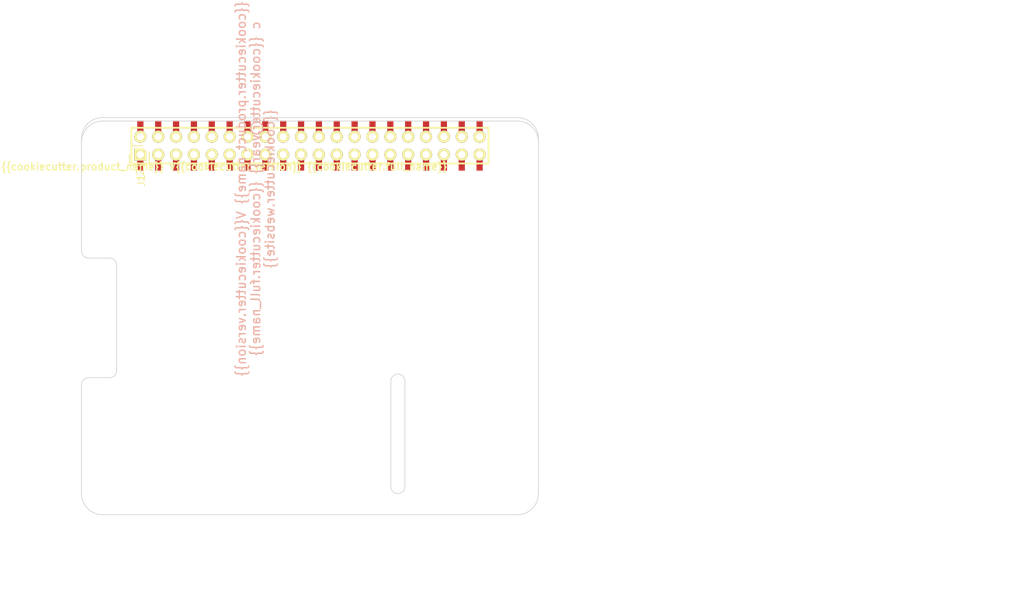
<source format=kicad_pcb>
(kicad_pcb (version 4) (host pcbnew "(2015-03-15 BZR 5517)-product")

  (general
    (links 0)
    (no_connects 0)
    (area -0.050001 -0.050001 65.050001 56.550001)
    (thickness 1.6)
    (drawings 40)
    (tracks 0)
    (zones 0)
    (modules 6)
    (nets 81)
  )

  (page A4)
  (title_block
    (title "{{cookiecutter.product_name}}")
    (date "{{cookiecutter.release_date}}")
    (rev {{cookiecutter.version}})
    (company "{{cookiecutter.full_name}}")
    (comment 1 "(c) {{cookiecutter.year}}")
    (comment 2 "{{cookiecutter.product_type}}")
    (comment 3 "{{cookiecutter.license}}")
  )

  (layers
    (0 F.Cu signal)
    (31 B.Cu signal)
    (32 B.Adhes user)
    (33 F.Adhes user)
    (34 B.Paste user)
    (35 F.Paste user)
    (36 B.SilkS user)
    (37 F.SilkS user)
    (38 B.Mask user)
    (39 F.Mask user)
    (40 Dwgs.User user)
    (41 Cmts.User user)
    (42 Eco1.User user)
    (43 Eco2.User user)
    (44 Edge.Cuts user)
    (45 Margin user)
    (46 B.CrtYd user)
    (47 F.CrtYd user)
    (48 B.Fab user)
    (49 F.Fab user)
  )

  (setup
    (last_trace_width 0.25)
    (user_trace_width 0.01)
    (user_trace_width 0.02)
    (user_trace_width 0.05)
    (user_trace_width 0.1)
    (user_trace_width 0.2)
    (trace_clearance 0.2)
    (zone_clearance 0.508)
    (zone_45_only no)
    (trace_min 0.01)
    (segment_width 0.2)
    (edge_width 0.1)
    (via_size 0.6)
    (via_drill 0.4)
    (via_min_size 0.4)
    (via_min_drill 0.3)
    (uvia_size 0.3)
    (uvia_drill 0.1)
    (uvias_allowed no)
    (uvia_min_size 0.2)
    (uvia_min_drill 0.1)
    (pcb_text_width 0.3)
    (pcb_text_size 1.5 1.5)
    (mod_edge_width 0.15)
    (mod_text_size 1 1)
    (mod_text_width 0.15)
    (pad_size 2.75 2.75)
    (pad_drill 2.75)
    (pad_to_mask_clearance 0)
    (aux_axis_origin 0 0)
    (visible_elements 7FFEFFFF)
    (pcbplotparams
      (layerselection 0x00030_80000001)
      (usegerberextensions false)
      (excludeedgelayer true)
      (linewidth 0.100000)
      (plotframeref false)
      (viasonmask false)
      (mode 1)
      (useauxorigin false)
      (hpglpennumber 1)
      (hpglpenspeed 20)
      (hpglpendiameter 15)
      (hpglpenoverlay 2)
      (psnegative false)
      (psa4output false)
      (plotreference true)
      (plotvalue true)
      (plotinvisibletext false)
      (padsonsilk false)
      (subtractmaskfromsilk false)
      (outputformat 1)
      (mirror false)
      (drillshape 0)
      (scaleselection 1)
      (outputdirectory meta/))
  )

  (net 0 "")
  (net 1 "Net-(J1-Pad34)")
  (net 2 "Net-(J1-Pad36)")
  (net 3 "Net-(J1-Pad40)")
  (net 4 "Net-(J1-Pad38)")
  (net 5 "Net-(J1-Pad18)")
  (net 6 "Net-(J1-Pad20)")
  (net 7 "Net-(J1-Pad24)")
  (net 8 "Net-(J1-Pad22)")
  (net 9 "Net-(J1-Pad30)")
  (net 10 "Net-(J1-Pad32)")
  (net 11 "Net-(J1-Pad28)")
  (net 12 "Net-(J1-Pad26)")
  (net 13 "Net-(J1-Pad10)")
  (net 14 "Net-(J1-Pad12)")
  (net 15 "Net-(J1-Pad16)")
  (net 16 "Net-(J1-Pad14)")
  (net 17 "Net-(J1-Pad6)")
  (net 18 "Net-(J1-Pad8)")
  (net 19 "Net-(J1-Pad4)")
  (net 20 "Net-(J1-Pad2)")
  (net 21 "Net-(J1-Pad39)")
  (net 22 "Net-(J1-Pad37)")
  (net 23 "Net-(J1-Pad33)")
  (net 24 "Net-(J1-Pad35)")
  (net 25 "Net-(J1-Pad27)")
  (net 26 "Net-(J1-Pad25)")
  (net 27 "Net-(J1-Pad29)")
  (net 28 "Net-(J1-Pad31)")
  (net 29 "Net-(J1-Pad23)")
  (net 30 "Net-(J1-Pad21)")
  (net 31 "Net-(J1-Pad17)")
  (net 32 "Net-(J1-Pad19)")
  (net 33 "Net-(J1-Pad3)")
  (net 34 "Net-(J1-Pad1)")
  (net 35 "Net-(J1-Pad5)")
  (net 36 "Net-(J1-Pad7)")
  (net 37 "Net-(J1-Pad15)")
  (net 38 "Net-(J1-Pad13)")
  (net 39 "Net-(J1-Pad9)")
  (net 40 "Net-(J1-Pad11)")
  (net 41 "Net-(J2-Pad1)")
  (net 42 "Net-(J2-Pad2)")
  (net 43 "Net-(J2-Pad3)")
  (net 44 "Net-(J2-Pad4)")
  (net 45 "Net-(J2-Pad5)")
  (net 46 "Net-(J2-Pad6)")
  (net 47 "Net-(J2-Pad7)")
  (net 48 "Net-(J2-Pad8)")
  (net 49 "Net-(J2-Pad9)")
  (net 50 "Net-(J2-Pad10)")
  (net 51 "Net-(J2-Pad11)")
  (net 52 "Net-(J2-Pad12)")
  (net 53 "Net-(J2-Pad13)")
  (net 54 "Net-(J2-Pad14)")
  (net 55 "Net-(J2-Pad15)")
  (net 56 "Net-(J2-Pad16)")
  (net 57 "Net-(J2-Pad17)")
  (net 58 "Net-(J2-Pad18)")
  (net 59 "Net-(J2-Pad19)")
  (net 60 "Net-(J2-Pad20)")
  (net 61 "Net-(J2-Pad21)")
  (net 62 "Net-(J2-Pad22)")
  (net 63 "Net-(J2-Pad23)")
  (net 64 "Net-(J2-Pad24)")
  (net 65 "Net-(J2-Pad25)")
  (net 66 "Net-(J2-Pad26)")
  (net 67 "Net-(J2-Pad27)")
  (net 68 "Net-(J2-Pad28)")
  (net 69 "Net-(J2-Pad29)")
  (net 70 "Net-(J2-Pad30)")
  (net 71 "Net-(J2-Pad31)")
  (net 72 "Net-(J2-Pad32)")
  (net 73 "Net-(J2-Pad33)")
  (net 74 "Net-(J2-Pad34)")
  (net 75 "Net-(J2-Pad35)")
  (net 76 "Net-(J2-Pad36)")
  (net 77 "Net-(J2-Pad37)")
  (net 78 "Net-(J2-Pad38)")
  (net 79 "Net-(J2-Pad39)")
  (net 80 "Net-(J2-Pad40)")

  (net_class Default "This is the default net class."
    (clearance 0.2)
    (trace_width 0.25)
    (via_dia 0.6)
    (via_drill 0.4)
    (uvia_dia 0.3)
    (uvia_drill 0.1)
    (add_net "Net-(J1-Pad1)")
    (add_net "Net-(J1-Pad10)")
    (add_net "Net-(J1-Pad11)")
    (add_net "Net-(J1-Pad12)")
    (add_net "Net-(J1-Pad13)")
    (add_net "Net-(J1-Pad14)")
    (add_net "Net-(J1-Pad15)")
    (add_net "Net-(J1-Pad16)")
    (add_net "Net-(J1-Pad17)")
    (add_net "Net-(J1-Pad18)")
    (add_net "Net-(J1-Pad19)")
    (add_net "Net-(J1-Pad2)")
    (add_net "Net-(J1-Pad20)")
    (add_net "Net-(J1-Pad21)")
    (add_net "Net-(J1-Pad22)")
    (add_net "Net-(J1-Pad23)")
    (add_net "Net-(J1-Pad24)")
    (add_net "Net-(J1-Pad25)")
    (add_net "Net-(J1-Pad26)")
    (add_net "Net-(J1-Pad27)")
    (add_net "Net-(J1-Pad28)")
    (add_net "Net-(J1-Pad29)")
    (add_net "Net-(J1-Pad3)")
    (add_net "Net-(J1-Pad30)")
    (add_net "Net-(J1-Pad31)")
    (add_net "Net-(J1-Pad32)")
    (add_net "Net-(J1-Pad33)")
    (add_net "Net-(J1-Pad34)")
    (add_net "Net-(J1-Pad35)")
    (add_net "Net-(J1-Pad36)")
    (add_net "Net-(J1-Pad37)")
    (add_net "Net-(J1-Pad38)")
    (add_net "Net-(J1-Pad39)")
    (add_net "Net-(J1-Pad4)")
    (add_net "Net-(J1-Pad40)")
    (add_net "Net-(J1-Pad5)")
    (add_net "Net-(J1-Pad6)")
    (add_net "Net-(J1-Pad7)")
    (add_net "Net-(J1-Pad8)")
    (add_net "Net-(J1-Pad9)")
    (add_net "Net-(J2-Pad1)")
    (add_net "Net-(J2-Pad10)")
    (add_net "Net-(J2-Pad11)")
    (add_net "Net-(J2-Pad12)")
    (add_net "Net-(J2-Pad13)")
    (add_net "Net-(J2-Pad14)")
    (add_net "Net-(J2-Pad15)")
    (add_net "Net-(J2-Pad16)")
    (add_net "Net-(J2-Pad17)")
    (add_net "Net-(J2-Pad18)")
    (add_net "Net-(J2-Pad19)")
    (add_net "Net-(J2-Pad2)")
    (add_net "Net-(J2-Pad20)")
    (add_net "Net-(J2-Pad21)")
    (add_net "Net-(J2-Pad22)")
    (add_net "Net-(J2-Pad23)")
    (add_net "Net-(J2-Pad24)")
    (add_net "Net-(J2-Pad25)")
    (add_net "Net-(J2-Pad26)")
    (add_net "Net-(J2-Pad27)")
    (add_net "Net-(J2-Pad28)")
    (add_net "Net-(J2-Pad29)")
    (add_net "Net-(J2-Pad3)")
    (add_net "Net-(J2-Pad30)")
    (add_net "Net-(J2-Pad31)")
    (add_net "Net-(J2-Pad32)")
    (add_net "Net-(J2-Pad33)")
    (add_net "Net-(J2-Pad34)")
    (add_net "Net-(J2-Pad35)")
    (add_net "Net-(J2-Pad36)")
    (add_net "Net-(J2-Pad37)")
    (add_net "Net-(J2-Pad38)")
    (add_net "Net-(J2-Pad39)")
    (add_net "Net-(J2-Pad4)")
    (add_net "Net-(J2-Pad40)")
    (add_net "Net-(J2-Pad5)")
    (add_net "Net-(J2-Pad6)")
    (add_net "Net-(J2-Pad7)")
    (add_net "Net-(J2-Pad8)")
    (add_net "Net-(J2-Pad9)")
  )

  (module RPi_Hat:Pin_Header_Straight_2x20 locked (layer F.Cu) (tedit 551989BF) (tstamp 5516AEA0)
    (at 32.5 4 90)
    (descr "Through hole pin header")
    (tags "pin header")
    (path /5515D395/5516AE26)
    (fp_text reference J2 (at -4.191 -24.13 270) (layer F.SilkS)
      (effects (font (size 1 1) (thickness 0.15)))
    )
    (fp_text value RPi_GPIO (at -1.27 -27.23 90) (layer F.Fab)
      (effects (font (size 1 1) (thickness 0.15)))
    )
    (fp_line (start -3.02 -25.88) (end -3.02 25.92) (layer F.CrtYd) (width 0.05))
    (fp_line (start 3.03 -25.88) (end 3.03 25.92) (layer F.CrtYd) (width 0.05))
    (fp_line (start -3.02 -25.88) (end 3.03 -25.88) (layer F.CrtYd) (width 0.05))
    (fp_line (start -3.02 25.92) (end 3.03 25.92) (layer F.CrtYd) (width 0.05))
    (fp_line (start 2.54 25.4) (end 2.54 -25.4) (layer F.SilkS) (width 0.15))
    (fp_line (start -2.54 -22.86) (end -2.54 25.4) (layer F.SilkS) (width 0.15))
    (fp_line (start 2.54 25.4) (end -2.54 25.4) (layer F.SilkS) (width 0.15))
    (fp_line (start 2.54 -25.4) (end 0 -25.4) (layer F.SilkS) (width 0.15))
    (fp_line (start -1.27 -25.68) (end -2.82 -25.68) (layer F.SilkS) (width 0.15))
    (fp_line (start 0 -25.4) (end 0 -22.86) (layer F.SilkS) (width 0.15))
    (fp_line (start 0 -22.86) (end -2.54 -22.86) (layer F.SilkS) (width 0.15))
    (fp_line (start -2.82 -25.68) (end -2.82 -24.13) (layer F.SilkS) (width 0.15))
    (pad 1 thru_hole rect (at -1.27 -24.13 90) (size 1.7272 1.7272) (drill 1.016) (layers *.Cu *.Mask F.SilkS)
      (net 41 "Net-(J2-Pad1)"))
    (pad 2 thru_hole oval (at 1.27 -24.13 90) (size 1.7272 1.7272) (drill 1.016) (layers *.Cu *.Mask F.SilkS)
      (net 42 "Net-(J2-Pad2)"))
    (pad 3 thru_hole oval (at -1.27 -21.59 90) (size 1.7272 1.7272) (drill 1.016) (layers *.Cu *.Mask F.SilkS)
      (net 43 "Net-(J2-Pad3)"))
    (pad 4 thru_hole oval (at 1.27 -21.59 90) (size 1.7272 1.7272) (drill 1.016) (layers *.Cu *.Mask F.SilkS)
      (net 44 "Net-(J2-Pad4)"))
    (pad 5 thru_hole oval (at -1.27 -19.05 90) (size 1.7272 1.7272) (drill 1.016) (layers *.Cu *.Mask F.SilkS)
      (net 45 "Net-(J2-Pad5)"))
    (pad 6 thru_hole oval (at 1.27 -19.05 90) (size 1.7272 1.7272) (drill 1.016) (layers *.Cu *.Mask F.SilkS)
      (net 46 "Net-(J2-Pad6)"))
    (pad 7 thru_hole oval (at -1.27 -16.51 90) (size 1.7272 1.7272) (drill 1.016) (layers *.Cu *.Mask F.SilkS)
      (net 47 "Net-(J2-Pad7)"))
    (pad 8 thru_hole oval (at 1.27 -16.51 90) (size 1.7272 1.7272) (drill 1.016) (layers *.Cu *.Mask F.SilkS)
      (net 48 "Net-(J2-Pad8)"))
    (pad 9 thru_hole oval (at -1.27 -13.97 90) (size 1.7272 1.7272) (drill 1.016) (layers *.Cu *.Mask F.SilkS)
      (net 49 "Net-(J2-Pad9)"))
    (pad 10 thru_hole oval (at 1.27 -13.97 90) (size 1.7272 1.7272) (drill 1.016) (layers *.Cu *.Mask F.SilkS)
      (net 50 "Net-(J2-Pad10)"))
    (pad 11 thru_hole oval (at -1.27 -11.43 90) (size 1.7272 1.7272) (drill 1.016) (layers *.Cu *.Mask F.SilkS)
      (net 51 "Net-(J2-Pad11)"))
    (pad 12 thru_hole oval (at 1.27 -11.43 90) (size 1.7272 1.7272) (drill 1.016) (layers *.Cu *.Mask F.SilkS)
      (net 52 "Net-(J2-Pad12)"))
    (pad 13 thru_hole oval (at -1.27 -8.89 90) (size 1.7272 1.7272) (drill 1.016) (layers *.Cu *.Mask F.SilkS)
      (net 53 "Net-(J2-Pad13)"))
    (pad 14 thru_hole oval (at 1.27 -8.89 90) (size 1.7272 1.7272) (drill 1.016) (layers *.Cu *.Mask F.SilkS)
      (net 54 "Net-(J2-Pad14)"))
    (pad 15 thru_hole oval (at -1.27 -6.35 90) (size 1.7272 1.7272) (drill 1.016) (layers *.Cu *.Mask F.SilkS)
      (net 55 "Net-(J2-Pad15)"))
    (pad 16 thru_hole oval (at 1.27 -6.35 90) (size 1.7272 1.7272) (drill 1.016) (layers *.Cu *.Mask F.SilkS)
      (net 56 "Net-(J2-Pad16)"))
    (pad 17 thru_hole oval (at -1.27 -3.81 90) (size 1.7272 1.7272) (drill 1.016) (layers *.Cu *.Mask F.SilkS)
      (net 57 "Net-(J2-Pad17)"))
    (pad 18 thru_hole oval (at 1.27 -3.81 90) (size 1.7272 1.7272) (drill 1.016) (layers *.Cu *.Mask F.SilkS)
      (net 58 "Net-(J2-Pad18)"))
    (pad 19 thru_hole oval (at -1.27 -1.27 90) (size 1.7272 1.7272) (drill 1.016) (layers *.Cu *.Mask F.SilkS)
      (net 59 "Net-(J2-Pad19)"))
    (pad 20 thru_hole oval (at 1.27 -1.27 90) (size 1.7272 1.7272) (drill 1.016) (layers *.Cu *.Mask F.SilkS)
      (net 60 "Net-(J2-Pad20)"))
    (pad 21 thru_hole oval (at -1.27 1.27 90) (size 1.7272 1.7272) (drill 1.016) (layers *.Cu *.Mask F.SilkS)
      (net 61 "Net-(J2-Pad21)"))
    (pad 22 thru_hole oval (at 1.27 1.27 90) (size 1.7272 1.7272) (drill 1.016) (layers *.Cu *.Mask F.SilkS)
      (net 62 "Net-(J2-Pad22)"))
    (pad 23 thru_hole oval (at -1.27 3.81 90) (size 1.7272 1.7272) (drill 1.016) (layers *.Cu *.Mask F.SilkS)
      (net 63 "Net-(J2-Pad23)"))
    (pad 24 thru_hole oval (at 1.27 3.81 90) (size 1.7272 1.7272) (drill 1.016) (layers *.Cu *.Mask F.SilkS)
      (net 64 "Net-(J2-Pad24)"))
    (pad 25 thru_hole oval (at -1.27 6.35 90) (size 1.7272 1.7272) (drill 1.016) (layers *.Cu *.Mask F.SilkS)
      (net 65 "Net-(J2-Pad25)"))
    (pad 26 thru_hole oval (at 1.27 6.35 90) (size 1.7272 1.7272) (drill 1.016) (layers *.Cu *.Mask F.SilkS)
      (net 66 "Net-(J2-Pad26)"))
    (pad 27 thru_hole oval (at -1.27 8.89 90) (size 1.7272 1.7272) (drill 1.016) (layers *.Cu *.Mask F.SilkS)
      (net 67 "Net-(J2-Pad27)"))
    (pad 28 thru_hole oval (at 1.27 8.89 90) (size 1.7272 1.7272) (drill 1.016) (layers *.Cu *.Mask F.SilkS)
      (net 68 "Net-(J2-Pad28)"))
    (pad 29 thru_hole oval (at -1.27 11.43 90) (size 1.7272 1.7272) (drill 1.016) (layers *.Cu *.Mask F.SilkS)
      (net 69 "Net-(J2-Pad29)"))
    (pad 30 thru_hole oval (at 1.27 11.43 90) (size 1.7272 1.7272) (drill 1.016) (layers *.Cu *.Mask F.SilkS)
      (net 70 "Net-(J2-Pad30)"))
    (pad 31 thru_hole oval (at -1.27 13.97 90) (size 1.7272 1.7272) (drill 1.016) (layers *.Cu *.Mask F.SilkS)
      (net 71 "Net-(J2-Pad31)"))
    (pad 32 thru_hole oval (at 1.27 13.97 90) (size 1.7272 1.7272) (drill 1.016) (layers *.Cu *.Mask F.SilkS)
      (net 72 "Net-(J2-Pad32)"))
    (pad 33 thru_hole oval (at -1.27 16.51 90) (size 1.7272 1.7272) (drill 1.016) (layers *.Cu *.Mask F.SilkS)
      (net 73 "Net-(J2-Pad33)"))
    (pad 34 thru_hole oval (at 1.27 16.51 90) (size 1.7272 1.7272) (drill 1.016) (layers *.Cu *.Mask F.SilkS)
      (net 74 "Net-(J2-Pad34)"))
    (pad 35 thru_hole oval (at -1.27 19.05 90) (size 1.7272 1.7272) (drill 1.016) (layers *.Cu *.Mask F.SilkS)
      (net 75 "Net-(J2-Pad35)"))
    (pad 36 thru_hole oval (at 1.27 19.05 90) (size 1.7272 1.7272) (drill 1.016) (layers *.Cu *.Mask F.SilkS)
      (net 76 "Net-(J2-Pad36)"))
    (pad 37 thru_hole oval (at -1.27 21.59 90) (size 1.7272 1.7272) (drill 1.016) (layers *.Cu *.Mask F.SilkS)
      (net 77 "Net-(J2-Pad37)"))
    (pad 38 thru_hole oval (at 1.27 21.59 90) (size 1.7272 1.7272) (drill 1.016) (layers *.Cu *.Mask F.SilkS)
      (net 78 "Net-(J2-Pad38)"))
    (pad 39 thru_hole oval (at -1.27 24.13 90) (size 1.7272 1.7272) (drill 1.016) (layers *.Cu *.Mask F.SilkS)
      (net 79 "Net-(J2-Pad39)"))
    (pad 40 thru_hole oval (at 1.27 24.13 90) (size 1.7272 1.7272) (drill 1.016) (layers *.Cu *.Mask F.SilkS)
      (net 80 "Net-(J2-Pad40)"))
    (model Pin_Headers.3dshapes/Pin_Header_Straight_2x20.wrl
      (at (xyz 0 0 0))
      (scale (xyz 1 1 1))
      (rotate (xyz 0 0 90))
    )
  )

  (module RPi_Hat:Samtec_HLE-120-02-XXX-DV-BE-XX-XX locked (layer F.Cu) (tedit 55198B5B) (tstamp 55174A29)
    (at 32.5 4 90)
    (path /5515D395/5515D39E)
    (fp_text reference J1 (at -5 -24 90) (layer F.SilkS)
      (effects (font (size 1 1) (thickness 0.15)))
    )
    (fp_text value RPi_GPIO (at 5.08 0 360) (layer F.Fab)
      (effects (font (size 1 1) (thickness 0.15)))
    )
    (fp_line (start 2.54 25.4) (end -2.54 25.4) (layer F.SilkS) (width 0.254))
    (fp_line (start -2.54 25.4) (end -2.54 -25.4) (layer F.SilkS) (width 0.254))
    (fp_line (start -2.54 -25.4) (end 2.54 -25.4) (layer F.SilkS) (width 0.254))
    (fp_line (start 2.54 -25.4) (end 2.54 25.4) (layer F.SilkS) (width 0.254))
    (pad 34 smd rect (at 2.7178 16.51 180) (size 0.889 1.6764) (layers F.Cu F.Paste F.Mask)
      (net 1 "Net-(J1-Pad34)"))
    (pad 36 smd rect (at 2.7178 19.05 180) (size 0.889 1.6764) (layers F.Cu F.Paste F.Mask)
      (net 2 "Net-(J1-Pad36)"))
    (pad 40 smd rect (at 2.7178 24.13 180) (size 0.889 1.6764) (layers F.Cu F.Paste F.Mask)
      (net 3 "Net-(J1-Pad40)"))
    (pad 38 smd rect (at 2.7178 21.59 180) (size 0.889 1.6764) (layers F.Cu F.Paste F.Mask)
      (net 4 "Net-(J1-Pad38)"))
    (pad 18 smd rect (at 2.7178 -3.81 180) (size 0.889 1.6764) (layers F.Cu F.Paste F.Mask)
      (net 5 "Net-(J1-Pad18)"))
    (pad 20 smd rect (at 2.7178 -1.27 180) (size 0.889 1.6764) (layers F.Cu F.Paste F.Mask)
      (net 6 "Net-(J1-Pad20)"))
    (pad 24 smd rect (at 2.7178 3.81 180) (size 0.889 1.6764) (layers F.Cu F.Paste F.Mask)
      (net 7 "Net-(J1-Pad24)"))
    (pad 22 smd rect (at 2.7178 1.27 180) (size 0.889 1.6764) (layers F.Cu F.Paste F.Mask)
      (net 8 "Net-(J1-Pad22)"))
    (pad 30 smd rect (at 2.7178 11.43 180) (size 0.889 1.6764) (layers F.Cu F.Paste F.Mask)
      (net 9 "Net-(J1-Pad30)"))
    (pad 32 smd rect (at 2.7178 13.97 180) (size 0.889 1.6764) (layers F.Cu F.Paste F.Mask)
      (net 10 "Net-(J1-Pad32)"))
    (pad 28 smd rect (at 2.7178 8.89 180) (size 0.889 1.6764) (layers F.Cu F.Paste F.Mask)
      (net 11 "Net-(J1-Pad28)"))
    (pad 26 smd rect (at 2.7178 6.35 180) (size 0.889 1.6764) (layers F.Cu F.Paste F.Mask)
      (net 12 "Net-(J1-Pad26)"))
    (pad 10 smd rect (at 2.7178 -13.97 180) (size 0.889 1.6764) (layers F.Cu F.Paste F.Mask)
      (net 13 "Net-(J1-Pad10)"))
    (pad 12 smd rect (at 2.7178 -11.43 180) (size 0.889 1.6764) (layers F.Cu F.Paste F.Mask)
      (net 14 "Net-(J1-Pad12)"))
    (pad 16 smd rect (at 2.7178 -6.35 180) (size 0.889 1.6764) (layers F.Cu F.Paste F.Mask)
      (net 15 "Net-(J1-Pad16)"))
    (pad 14 smd rect (at 2.7178 -8.89 180) (size 0.889 1.6764) (layers F.Cu F.Paste F.Mask)
      (net 16 "Net-(J1-Pad14)"))
    (pad 6 smd rect (at 2.7178 -19.05 180) (size 0.889 1.6764) (layers F.Cu F.Paste F.Mask)
      (net 17 "Net-(J1-Pad6)"))
    (pad 8 smd rect (at 2.7178 -16.51 180) (size 0.889 1.6764) (layers F.Cu F.Paste F.Mask)
      (net 18 "Net-(J1-Pad8)"))
    (pad 4 smd rect (at 2.7178 -21.59 180) (size 0.889 1.6764) (layers F.Cu F.Paste F.Mask)
      (net 19 "Net-(J1-Pad4)"))
    (pad 2 smd rect (at 2.7178 -24.13 180) (size 0.889 1.6764) (layers F.Cu F.Paste F.Mask)
      (net 20 "Net-(J1-Pad2)"))
    (pad 39 smd rect (at -2.7178 24.13 180) (size 0.889 1.6764) (layers F.Cu F.Paste F.Mask)
      (net 21 "Net-(J1-Pad39)"))
    (pad 37 smd rect (at -2.7178 21.59 180) (size 0.889 1.6764) (layers F.Cu F.Paste F.Mask)
      (net 22 "Net-(J1-Pad37)"))
    (pad 33 smd rect (at -2.7178 16.51 180) (size 0.889 1.6764) (layers F.Cu F.Paste F.Mask)
      (net 23 "Net-(J1-Pad33)"))
    (pad 35 smd rect (at -2.7178 19.05 180) (size 0.889 1.6764) (layers F.Cu F.Paste F.Mask)
      (net 24 "Net-(J1-Pad35)"))
    (pad 27 smd rect (at -2.7178 8.89 180) (size 0.889 1.6764) (layers F.Cu F.Paste F.Mask)
      (net 25 "Net-(J1-Pad27)"))
    (pad 25 smd rect (at -2.7178 6.35 180) (size 0.889 1.6764) (layers F.Cu F.Paste F.Mask)
      (net 26 "Net-(J1-Pad25)"))
    (pad 29 smd rect (at -2.7178 11.43 180) (size 0.889 1.6764) (layers F.Cu F.Paste F.Mask)
      (net 27 "Net-(J1-Pad29)"))
    (pad 31 smd rect (at -2.7178 13.97 180) (size 0.889 1.6764) (layers F.Cu F.Paste F.Mask)
      (net 28 "Net-(J1-Pad31)"))
    (pad 23 smd rect (at -2.7178 3.81 180) (size 0.889 1.6764) (layers F.Cu F.Paste F.Mask)
      (net 29 "Net-(J1-Pad23)"))
    (pad 21 smd rect (at -2.7178 1.27 180) (size 0.889 1.6764) (layers F.Cu F.Paste F.Mask)
      (net 30 "Net-(J1-Pad21)"))
    (pad 17 smd rect (at -2.7178 -3.81 180) (size 0.889 1.6764) (layers F.Cu F.Paste F.Mask)
      (net 31 "Net-(J1-Pad17)"))
    (pad 19 smd rect (at -2.7178 -1.27 180) (size 0.889 1.6764) (layers F.Cu F.Paste F.Mask)
      (net 32 "Net-(J1-Pad19)"))
    (pad 3 smd rect (at -2.7178 -21.59 180) (size 0.889 1.6764) (layers F.Cu F.Paste F.Mask)
      (net 33 "Net-(J1-Pad3)"))
    (pad 1 smd rect (at -2.7178 -24.13 180) (size 0.889 1.6764) (layers F.Cu F.Paste F.Mask)
      (net 34 "Net-(J1-Pad1)"))
    (pad 5 smd rect (at -2.7178 -19.05 180) (size 0.889 1.6764) (layers F.Cu F.Paste F.Mask)
      (net 35 "Net-(J1-Pad5)"))
    (pad 7 smd rect (at -2.7178 -16.51 180) (size 0.889 1.6764) (layers F.Cu F.Paste F.Mask)
      (net 36 "Net-(J1-Pad7)"))
    (pad 15 smd rect (at -2.7178 -6.35 180) (size 0.889 1.6764) (layers F.Cu F.Paste F.Mask)
      (net 37 "Net-(J1-Pad15)"))
    (pad 13 smd rect (at -2.7178 -8.89 180) (size 0.889 1.6764) (layers F.Cu F.Paste F.Mask)
      (net 38 "Net-(J1-Pad13)"))
    (pad "" np_thru_hole circle (at -1.27 3.81) (size 0.9652 0.9652) (drill 0.9652) (layers *.Cu *.Mask F.SilkS))
    (pad "" np_thru_hole circle (at -1.27 1.27) (size 0.9652 0.9652) (drill 0.9652) (layers *.Cu *.Mask F.SilkS))
    (pad "" np_thru_hole circle (at -1.27 6.35) (size 0.9652 0.9652) (drill 0.9652) (layers *.Cu *.Mask F.SilkS))
    (pad "" np_thru_hole circle (at -1.27 8.89) (size 0.9652 0.9652) (drill 0.9652) (layers *.Cu *.Mask F.SilkS))
    (pad "" np_thru_hole circle (at -1.27 19.05) (size 0.9652 0.9652) (drill 0.9652) (layers *.Cu *.Mask F.SilkS))
    (pad "" np_thru_hole circle (at -1.27 16.51) (size 0.9652 0.9652) (drill 0.9652) (layers *.Cu *.Mask F.SilkS))
    (pad "" np_thru_hole circle (at -1.27 11.43) (size 0.9652 0.9652) (drill 0.9652) (layers *.Cu *.Mask F.SilkS))
    (pad "" np_thru_hole circle (at -1.27 13.97) (size 0.9652 0.9652) (drill 0.9652) (layers *.Cu *.Mask F.SilkS))
    (pad "" np_thru_hole circle (at -1.27 21.59) (size 0.9652 0.9652) (drill 0.9652) (layers *.Cu *.Mask F.SilkS))
    (pad "" np_thru_hole circle (at -1.27 24.13) (size 0.9652 0.9652) (drill 0.9652) (layers *.Cu *.Mask F.SilkS))
    (pad "" np_thru_hole circle (at -1.27 -1.27) (size 0.9652 0.9652) (drill 0.9652) (layers *.Cu *.Mask F.SilkS))
    (pad "" np_thru_hole circle (at -1.27 -3.81) (size 0.9652 0.9652) (drill 0.9652) (layers *.Cu *.Mask F.SilkS))
    (pad "" np_thru_hole circle (at -1.27 -11.43) (size 0.9652 0.9652) (drill 0.9652) (layers *.Cu *.Mask F.SilkS))
    (pad "" np_thru_hole circle (at -1.27 -13.97) (size 0.9652 0.9652) (drill 0.9652) (layers *.Cu *.Mask F.SilkS))
    (pad "" np_thru_hole circle (at -1.27 -8.89) (size 0.9652 0.9652) (drill 0.9652) (layers *.Cu *.Mask F.SilkS))
    (pad "" np_thru_hole circle (at -1.27 -6.35) (size 0.9652 0.9652) (drill 0.9652) (layers *.Cu *.Mask F.SilkS))
    (pad "" np_thru_hole circle (at -1.27 -16.51) (size 0.9652 0.9652) (drill 0.9652) (layers *.Cu *.Mask F.SilkS))
    (pad "" np_thru_hole circle (at -1.27 -19.05) (size 0.9652 0.9652) (drill 0.9652) (layers *.Cu *.Mask F.SilkS))
    (pad "" np_thru_hole circle (at -1.27 -24.13) (size 0.9652 0.9652) (drill 0.9652) (layers *.Cu *.Mask F.SilkS))
    (pad "" np_thru_hole circle (at -1.27 -21.59) (size 0.9652 0.9652) (drill 0.9652) (layers *.Cu *.Mask F.SilkS))
    (pad "" np_thru_hole circle (at 1.27 -21.59) (size 0.9652 0.9652) (drill 0.9652) (layers *.Cu *.Mask F.SilkS))
    (pad "" np_thru_hole circle (at 1.27 -24.13) (size 0.9652 0.9652) (drill 0.9652) (layers *.Cu *.Mask F.SilkS))
    (pad "" np_thru_hole circle (at 1.27 -19.05) (size 0.9652 0.9652) (drill 0.9652) (layers *.Cu *.Mask F.SilkS))
    (pad "" np_thru_hole circle (at 1.27 -16.51) (size 0.9652 0.9652) (drill 0.9652) (layers *.Cu *.Mask F.SilkS))
    (pad "" np_thru_hole circle (at 1.27 -6.35) (size 0.9652 0.9652) (drill 0.9652) (layers *.Cu *.Mask F.SilkS))
    (pad "" np_thru_hole circle (at 1.27 -8.89) (size 0.9652 0.9652) (drill 0.9652) (layers *.Cu *.Mask F.SilkS))
    (pad "" np_thru_hole circle (at 1.27 -13.97) (size 0.9652 0.9652) (drill 0.9652) (layers *.Cu *.Mask F.SilkS))
    (pad "" np_thru_hole circle (at 1.27 -11.43) (size 0.9652 0.9652) (drill 0.9652) (layers *.Cu *.Mask F.SilkS))
    (pad "" np_thru_hole circle (at 1.27 -3.81) (size 0.9652 0.9652) (drill 0.9652) (layers *.Cu *.Mask F.SilkS))
    (pad "" np_thru_hole circle (at 1.27 -1.27) (size 0.9652 0.9652) (drill 0.9652) (layers *.Cu *.Mask F.SilkS))
    (pad "" np_thru_hole circle (at 1.27 24.13) (size 0.9652 0.9652) (drill 0.9652) (layers *.Cu *.Mask F.SilkS))
    (pad "" np_thru_hole circle (at 1.27 21.59) (size 0.9652 0.9652) (drill 0.9652) (layers *.Cu *.Mask F.SilkS))
    (pad "" np_thru_hole circle (at 1.27 13.97) (size 0.9652 0.9652) (drill 0.9652) (layers *.Cu *.Mask F.SilkS))
    (pad "" np_thru_hole circle (at 1.27 11.43) (size 0.9652 0.9652) (drill 0.9652) (layers *.Cu *.Mask F.SilkS))
    (pad "" np_thru_hole circle (at 1.27 16.51) (size 0.9652 0.9652) (drill 0.9652) (layers *.Cu *.Mask F.SilkS))
    (pad "" np_thru_hole circle (at 1.27 19.05) (size 0.9652 0.9652) (drill 0.9652) (layers *.Cu *.Mask F.SilkS))
    (pad "" np_thru_hole circle (at 1.27 8.89) (size 0.9652 0.9652) (drill 0.9652) (layers *.Cu *.Mask F.SilkS))
    (pad "" np_thru_hole circle (at 1.27 6.35) (size 0.9652 0.9652) (drill 0.9652) (layers *.Cu *.Mask F.SilkS))
    (pad "" np_thru_hole circle (at 1.27 1.27) (size 0.9652 0.9652) (drill 0.9652) (layers *.Cu *.Mask F.SilkS))
    (pad "" np_thru_hole circle (at 1.27 3.81) (size 0.9652 0.9652) (drill 0.9652) (layers *.Cu *.Mask F.SilkS))
    (pad 9 smd rect (at -2.7178 -13.97 180) (size 0.889 1.6764) (layers F.Cu F.Paste F.Mask)
      (net 39 "Net-(J1-Pad9)"))
    (pad 11 smd rect (at -2.7178 -11.43 180) (size 0.889 1.6764) (layers F.Cu F.Paste F.Mask)
      (net 40 "Net-(J1-Pad11)"))
    (pad "" np_thru_hole circle (at 0 -22.86) (size 1.778 1.778) (drill 1.778) (layers *.Cu *.Mask F.SilkS))
    (pad "" np_thru_hole circle (at 0 22.86) (size 1.778 1.778) (drill 1.778) (layers *.Cu *.Mask F.SilkS))
  )

  (module RPi_Hat:RPi_Hat_Mounting_Hole locked (layer F.Cu) (tedit 55217C7B) (tstamp 5515DEA9)
    (at 61.5 4)
    (descr "Mounting hole, Befestigungsbohrung, 2,7mm, No Annular, Kein Restring,")
    (tags "Mounting hole, Befestigungsbohrung, 2,7mm, No Annular, Kein Restring,")
    (fp_text reference "" (at 0 -4.0005) (layer F.SilkS) hide
      (effects (font (size 1 1) (thickness 0.15)))
    )
    (fp_text value "" (at 0.09906 3.59918) (layer F.Fab) hide
      (effects (font (size 1 1) (thickness 0.15)))
    )
    (fp_circle (center 0 0) (end 1.375 0) (layer F.Fab) (width 0.15))
    (fp_circle (center 0 0) (end 3.1 0) (layer F.Fab) (width 0.15))
    (fp_circle (center 0 0) (end 3.1 0) (layer B.Fab) (width 0.15))
    (fp_circle (center 0 0) (end 1.375 0) (layer B.Fab) (width 0.15))
    (fp_circle (center 0 0) (end 3.1 0) (layer F.CrtYd) (width 0.15))
    (fp_circle (center 0 0) (end 3.1 0) (layer B.CrtYd) (width 0.15))
    (pad "" np_thru_hole circle (at 0 0) (size 2.75 2.75) (drill 2.75) (layers *.Cu *.Mask)
      (solder_mask_margin 1.725) (clearance 1.725))
  )

  (module RPi_Hat:RPi_Hat_Mounting_Hole locked (layer F.Cu) (tedit 55217CCB) (tstamp 55169DC9)
    (at 61.5 53)
    (descr "Mounting hole, Befestigungsbohrung, 2,7mm, No Annular, Kein Restring,")
    (tags "Mounting hole, Befestigungsbohrung, 2,7mm, No Annular, Kein Restring,")
    (fp_text reference "" (at 0 -4.0005) (layer F.SilkS) hide
      (effects (font (size 1 1) (thickness 0.15)))
    )
    (fp_text value "" (at 0.09906 3.59918) (layer F.Fab) hide
      (effects (font (size 1 1) (thickness 0.15)))
    )
    (fp_circle (center 0 0) (end 1.375 0) (layer F.Fab) (width 0.15))
    (fp_circle (center 0 0) (end 3.1 0) (layer F.Fab) (width 0.15))
    (fp_circle (center 0 0) (end 3.1 0) (layer B.Fab) (width 0.15))
    (fp_circle (center 0 0) (end 1.375 0) (layer B.Fab) (width 0.15))
    (fp_circle (center 0 0) (end 3.1 0) (layer F.CrtYd) (width 0.15))
    (fp_circle (center 0 0) (end 3.1 0) (layer B.CrtYd) (width 0.15))
    (pad "" np_thru_hole circle (at 0 0) (size 2.75 2.75) (drill 2.75) (layers *.Cu *.Mask)
      (solder_mask_margin 1.725) (clearance 1.725))
  )

  (module RPi_Hat:RPi_Hat_Mounting_Hole locked (layer F.Cu) (tedit 55217CB9) (tstamp 5515DECC)
    (at 3.5 53)
    (descr "Mounting hole, Befestigungsbohrung, 2,7mm, No Annular, Kein Restring,")
    (tags "Mounting hole, Befestigungsbohrung, 2,7mm, No Annular, Kein Restring,")
    (fp_text reference "" (at 0 -4.0005) (layer F.SilkS) hide
      (effects (font (size 1 1) (thickness 0.15)))
    )
    (fp_text value "" (at 0.09906 3.59918) (layer F.Fab) hide
      (effects (font (size 1 1) (thickness 0.15)))
    )
    (fp_circle (center 0 0) (end 1.375 0) (layer F.Fab) (width 0.15))
    (fp_circle (center 0 0) (end 3.1 0) (layer F.Fab) (width 0.15))
    (fp_circle (center 0 0) (end 3.1 0) (layer B.Fab) (width 0.15))
    (fp_circle (center 0 0) (end 1.375 0) (layer B.Fab) (width 0.15))
    (fp_circle (center 0 0) (end 3.1 0) (layer F.CrtYd) (width 0.15))
    (fp_circle (center 0 0) (end 3.1 0) (layer B.CrtYd) (width 0.15))
    (pad "" np_thru_hole circle (at 0 0) (size 2.75 2.75) (drill 2.75) (layers *.Cu *.Mask)
      (solder_mask_margin 1.725) (clearance 1.725))
  )

  (module RPi_Hat:RPi_Hat_Mounting_Hole locked (layer F.Cu) (tedit 55217CA2) (tstamp 5515DEBF)
    (at 3.5 4)
    (descr "Mounting hole, Befestigungsbohrung, 2,7mm, No Annular, Kein Restring,")
    (tags "Mounting hole, Befestigungsbohrung, 2,7mm, No Annular, Kein Restring,")
    (fp_text reference "" (at 0 -4.0005) (layer F.SilkS) hide
      (effects (font (size 1 1) (thickness 0.15)))
    )
    (fp_text value "" (at 0.09906 3.59918) (layer F.Fab) hide
      (effects (font (size 1 1) (thickness 0.15)))
    )
    (fp_circle (center 0 0) (end 1.375 0) (layer F.Fab) (width 0.15))
    (fp_circle (center 0 0) (end 3.1 0) (layer F.Fab) (width 0.15))
    (fp_circle (center 0 0) (end 3.1 0) (layer B.Fab) (width 0.15))
    (fp_circle (center 0 0) (end 1.375 0) (layer B.Fab) (width 0.15))
    (fp_circle (center 0 0) (end 3.1 0) (layer F.CrtYd) (width 0.15))
    (fp_circle (center 0 0) (end 3.1 0) (layer B.CrtYd) (width 0.15))
    (pad "" np_thru_hole circle (at 0 0) (size 2.75 2.75) (drill 2.75) (layers *.Cu *.Mask)
      (solder_mask_margin 1.725) (clearance 1.725))
  )

  (gr_text "{{cookiecutter.product_name}} V{{cookiecutter.version}}\nc {{cookiecutter.year}} {{cookiecutter.full_name}}\n{{cookiecutter.website}}" (at 24.765 10.16 90) (layer B.SilkS) (tstamp 5553FB69)
    (effects (font (size 1.27 1.27) (thickness 0.2032)) (justify mirror))
  )
  (gr_circle (center 24.91786 1.48958) (end 25.73066 1.22796) (layer B.SilkS) (width 0.2))
  (gr_text "{{cookiecutter.product_name}} V{{cookiecutter.version}} {{cookiecutter.full_name}}" (at 20.32 6.985) (layer F.SilkS)
    (effects (font (size 1.016 1.016) (thickness 0.2032)))
  )
  (gr_text "Select one of these board edges depending \nupon the type of socket that is used." (at 82.5 0.5) (layer Cmts.User)
    (effects (font (size 1.5 1.5) (thickness 0.15)) (justify left))
  )
  (gr_text "Dimensions taken from\nhttps://github.com/raspberrypi/hats/blob/master/hat-board-mechanical.pdf" (at 36.5 67) (layer Cmts.User)
    (effects (font (size 1.5 1.5) (thickness 0.15) italic))
  )
  (dimension 56 (width 0.15) (layer Dwgs.User)
    (gr_text "56 mm (Thru-hole socket J2)" (at 75.35 28.5 270) (layer Dwgs.User)
      (effects (font (size 1.5 1.5) (thickness 0.15)))
    )
    (feature1 (pts (xy 66 56.5) (xy 76.7 56.5)))
    (feature2 (pts (xy 66 0.5) (xy 76.7 0.5)))
    (crossbar (pts (xy 74 0.5) (xy 74 56.5)))
    (arrow1a (pts (xy 74 56.5) (xy 73.413579 55.373496)))
    (arrow1b (pts (xy 74 56.5) (xy 74.586421 55.373496)))
    (arrow2a (pts (xy 74 0.5) (xy 73.413579 1.626504)))
    (arrow2b (pts (xy 74 0.5) (xy 74.586421 1.626504)))
  )
  (gr_arc (start 62 3.5) (end 62 0.5) (angle 90) (layer Edge.Cuts) (width 0.1) (tstamp 5516A74C))
  (gr_line (start 3 0.5) (end 62 0.5) (angle 90) (layer Edge.Cuts) (width 0.1) (tstamp 5516A726))
  (gr_arc (start 3 3.5) (end 0 3.5) (angle 90) (layer Edge.Cuts) (width 0.1) (tstamp 5516A6F0))
  (dimension 11.5 (width 0.15) (layer Dwgs.User)
    (gr_text "11.5 mm" (at 39.150001 50.75 270) (layer Dwgs.User)
      (effects (font (size 1.5 1.5) (thickness 0.15)))
    )
    (feature1 (pts (xy 43 56.5) (xy 37.800001 56.5)))
    (feature2 (pts (xy 43 45) (xy 37.800001 45)))
    (crossbar (pts (xy 40.500001 45) (xy 40.500001 56.5)))
    (arrow1a (pts (xy 40.500001 56.5) (xy 39.91358 55.373496)))
    (arrow1b (pts (xy 40.500001 56.5) (xy 41.086422 55.373496)))
    (arrow2a (pts (xy 40.500001 45) (xy 39.91358 46.126504)))
    (arrow2b (pts (xy 40.500001 45) (xy 41.086422 46.126504)))
  )
  (dimension 2 (width 0.15) (layer Dwgs.User) (tstamp 5516A8F7)
    (gr_text "2 mm" (at 49.75 33) (layer Dwgs.User) (tstamp 5516A8F8)
      (effects (font (size 1.5 1.5) (thickness 0.15)))
    )
    (feature1 (pts (xy 46 35.5) (xy 46 30.300001)))
    (feature2 (pts (xy 44 35.5) (xy 44 30.300001)))
    (crossbar (pts (xy 44 33.000001) (xy 46 33.000001)))
    (arrow1a (pts (xy 46 33.000001) (xy 44.873496 33.586422)))
    (arrow1b (pts (xy 46 33.000001) (xy 44.873496 32.41358)))
    (arrow2a (pts (xy 44 33.000001) (xy 45.126504 33.586422)))
    (arrow2b (pts (xy 44 33.000001) (xy 45.126504 32.41358)))
  )
  (dimension 17 (width 0.15) (layer Dwgs.User)
    (gr_text "17 mm" (at 51.35 45 270) (layer Dwgs.User)
      (effects (font (size 1.5 1.5) (thickness 0.15)))
    )
    (feature1 (pts (xy 47 53.5) (xy 52.7 53.5)))
    (feature2 (pts (xy 47 36.5) (xy 52.7 36.5)))
    (crossbar (pts (xy 50 36.5) (xy 50 53.5)))
    (arrow1a (pts (xy 50 53.5) (xy 49.413579 52.373496)))
    (arrow1b (pts (xy 50 53.5) (xy 50.586421 52.373496)))
    (arrow2a (pts (xy 50 36.5) (xy 49.413579 37.626504)))
    (arrow2b (pts (xy 50 36.5) (xy 50.586421 37.626504)))
  )
  (dimension 3.5 (width 0.15) (layer Dwgs.User)
    (gr_text "3.5 mm" (at 8.5 60) (layer Dwgs.User)
      (effects (font (size 1.5 1.5) (thickness 0.15)))
    )
    (feature1 (pts (xy 3.5 57.5) (xy 3.5 62.7)))
    (feature2 (pts (xy 0 57.5) (xy 0 62.7)))
    (crossbar (pts (xy 0 60) (xy 3.5 60)))
    (arrow1a (pts (xy 3.5 60) (xy 2.373496 60.586421)))
    (arrow1b (pts (xy 3.5 60) (xy 2.373496 59.413579)))
    (arrow2a (pts (xy 0 60) (xy 1.126504 60.586421)))
    (arrow2b (pts (xy 0 60) (xy 1.126504 59.413579)))
  )
  (dimension 3.5 (width 0.15) (layer Dwgs.User) (tstamp 55169E80)
    (gr_text "3.5 mm" (at 10.25 48.25 270) (layer Dwgs.User) (tstamp 55169E81)
      (effects (font (size 1.5 1.5) (thickness 0.15)))
    )
    (feature1 (pts (xy 7 56.5) (xy 12.7 56.5)))
    (feature2 (pts (xy 7 53) (xy 12.7 53)))
    (crossbar (pts (xy 10 53) (xy 10 56.5)))
    (arrow1a (pts (xy 10 56.5) (xy 9.413579 55.373496)))
    (arrow1b (pts (xy 10 56.5) (xy 10.586421 55.373496)))
    (arrow2a (pts (xy 10 53) (xy 9.413579 54.126504)))
    (arrow2b (pts (xy 10 53) (xy 10.586421 54.126504)))
  )
  (dimension 49 (width 0.15) (layer Dwgs.User)
    (gr_text "49 mm" (at 70.349999 28.5 270) (layer Dwgs.User)
      (effects (font (size 1.5 1.5) (thickness 0.15)))
    )
    (feature1 (pts (xy 66 53) (xy 71.699999 53)))
    (feature2 (pts (xy 66 4) (xy 71.699999 4)))
    (crossbar (pts (xy 68.999999 4) (xy 68.999999 53)))
    (arrow1a (pts (xy 68.999999 53) (xy 68.413578 51.873496)))
    (arrow1b (pts (xy 68.999999 53) (xy 69.58642 51.873496)))
    (arrow2a (pts (xy 68.999999 4) (xy 68.413578 5.126504)))
    (arrow2b (pts (xy 68.999999 4) (xy 69.58642 5.126504)))
  )
  (dimension 19.5 (width 0.15) (layer Dwgs.User) (tstamp 55169DA3)
    (gr_text "19.5 mm" (at -5.35 46.75 270) (layer Dwgs.User) (tstamp 55169DA4)
      (effects (font (size 1.5 1.5) (thickness 0.15)))
    )
    (feature1 (pts (xy -1 56.5) (xy -6.7 56.5)))
    (feature2 (pts (xy -1 37) (xy -6.7 37)))
    (crossbar (pts (xy -4 37) (xy -4 56.5)))
    (arrow1a (pts (xy -4 56.5) (xy -4.586421 55.373496)))
    (arrow1b (pts (xy -4 56.5) (xy -3.413579 55.373496)))
    (arrow2a (pts (xy -4 37) (xy -4.586421 38.126504)))
    (arrow2b (pts (xy -4 37) (xy -3.413579 38.126504)))
  )
  (dimension 17 (width 0.15) (layer Dwgs.User)
    (gr_text "17 mm" (at 9.35 28.5 270) (layer Dwgs.User)
      (effects (font (size 1.5 1.5) (thickness 0.15)))
    )
    (feature1 (pts (xy 6 37) (xy 10.7 37)))
    (feature2 (pts (xy 6 20) (xy 10.7 20)))
    (crossbar (pts (xy 8 20) (xy 8 37)))
    (arrow1a (pts (xy 8 37) (xy 7.413579 35.873496)))
    (arrow1b (pts (xy 8 37) (xy 8.586421 35.873496)))
    (arrow2a (pts (xy 8 20) (xy 7.413579 21.126504)))
    (arrow2b (pts (xy 8 20) (xy 8.586421 21.126504)))
  )
  (dimension 5 (width 0.15) (layer Dwgs.User)
    (gr_text "5 mm" (at 8.75 18) (layer Dwgs.User)
      (effects (font (size 1.5 1.5) (thickness 0.15)))
    )
    (feature1 (pts (xy 5 20) (xy 5 15.3)))
    (feature2 (pts (xy 0 20) (xy 0 15.3)))
    (crossbar (pts (xy 0 18) (xy 5 18)))
    (arrow1a (pts (xy 5 18) (xy 3.873496 18.586421)))
    (arrow1b (pts (xy 5 18) (xy 3.873496 17.413579)))
    (arrow2a (pts (xy 0 18) (xy 1.126504 18.586421)))
    (arrow2b (pts (xy 0 18) (xy 1.126504 17.413579)))
  )
  (dimension 29 (width 0.15) (layer Dwgs.User)
    (gr_text "29 mm" (at 18 11.849999) (layer Dwgs.User)
      (effects (font (size 1.5 1.5) (thickness 0.15)))
    )
    (feature1 (pts (xy 32.5 8) (xy 32.5 13.199999)))
    (feature2 (pts (xy 3.5 8) (xy 3.5 13.199999)))
    (crossbar (pts (xy 3.5 10.499999) (xy 32.5 10.499999)))
    (arrow1a (pts (xy 32.5 10.499999) (xy 31.373496 11.08642)))
    (arrow1b (pts (xy 32.5 10.499999) (xy 31.373496 9.913578)))
    (arrow2a (pts (xy 3.5 10.499999) (xy 4.626504 11.08642)))
    (arrow2b (pts (xy 3.5 10.499999) (xy 4.626504 9.913578)))
  )
  (dimension 58 (width 0.15) (layer Dwgs.User)
    (gr_text "58 mm" (at 32.5 -4.85) (layer Dwgs.User)
      (effects (font (size 1.5 1.5) (thickness 0.15)))
    )
    (feature1 (pts (xy 61.5 -1) (xy 61.5 -6.2)))
    (feature2 (pts (xy 3.5 -1) (xy 3.5 -6.2)))
    (crossbar (pts (xy 3.5 -3.5) (xy 61.5 -3.5)))
    (arrow1a (pts (xy 61.5 -3.5) (xy 60.373496 -2.913579)))
    (arrow1b (pts (xy 61.5 -3.5) (xy 60.373496 -4.086421)))
    (arrow2a (pts (xy 3.5 -3.5) (xy 4.626504 -2.913579)))
    (arrow2b (pts (xy 3.5 -3.5) (xy 4.626504 -4.086421)))
  )
  (dimension 65 (width 0.15) (layer Dwgs.User)
    (gr_text "65 mm" (at 32.5 -9.35) (layer Dwgs.User)
      (effects (font (size 1.5 1.5) (thickness 0.15)))
    )
    (feature1 (pts (xy 65 -1) (xy 65 -10.7)))
    (feature2 (pts (xy 0 -1) (xy 0 -10.7)))
    (crossbar (pts (xy 0 -8) (xy 65 -8)))
    (arrow1a (pts (xy 65 -8) (xy 63.873496 -7.413579)))
    (arrow1b (pts (xy 65 -8) (xy 63.873496 -8.586421)))
    (arrow2a (pts (xy 0 -8) (xy 1.126504 -7.413579)))
    (arrow2b (pts (xy 0 -8) (xy 1.126504 -8.586421)))
  )
  (dimension 56.5 (width 0.15) (layer Dwgs.User)
    (gr_text "56.5 mm (SMT socket J1)" (at 79.35 28.25 270) (layer Dwgs.User)
      (effects (font (size 1.5 1.5) (thickness 0.15)))
    )
    (feature1 (pts (xy 66 56.5) (xy 80.7 56.5)))
    (feature2 (pts (xy 66 0) (xy 80.7 0)))
    (crossbar (pts (xy 78 0) (xy 78 56.5)))
    (arrow1a (pts (xy 78 56.5) (xy 77.413579 55.373496)))
    (arrow1b (pts (xy 78 56.5) (xy 78.586421 55.373496)))
    (arrow2a (pts (xy 78 0) (xy 77.413579 1.126504)))
    (arrow2b (pts (xy 78 0) (xy 78.586421 1.126504)))
  )
  (gr_text "Camera Flex Slot\n(Optional)" (at 44.75 60.25) (layer Cmts.User) (tstamp 55169D99)
    (effects (font (size 1.5 1.5) (thickness 0.15)))
  )
  (gr_arc (start 45 52.5) (end 44 52.5) (angle -180) (layer Edge.Cuts) (width 0.1) (tstamp 5515DF03))
  (gr_arc (start 45 37.5) (end 44 37.5) (angle 180) (layer Edge.Cuts) (width 0.1))
  (gr_line (start 46 37.5) (end 46 52.5) (angle 90) (layer Edge.Cuts) (width 0.1) (tstamp 5515DEFA))
  (gr_line (start 44 37.5) (end 44 52.5) (angle 90) (layer Edge.Cuts) (width 0.1))
  (gr_arc (start 1 38) (end 0 38) (angle 90) (layer Edge.Cuts) (width 0.1) (tstamp 5515814F))
  (gr_arc (start 4 36) (end 5 36) (angle 90) (layer Edge.Cuts) (width 0.1) (tstamp 5515812E))
  (gr_arc (start 4 21) (end 4 20) (angle 90) (layer Edge.Cuts) (width 0.1) (tstamp 5515810E))
  (gr_arc (start 1 19) (end 1 20) (angle 90) (layer Edge.Cuts) (width 0.1) (tstamp 55158090))
  (gr_arc (start 62 53.5) (end 65 53.5) (angle 90) (layer Edge.Cuts) (width 0.1) (tstamp 55157FFB))
  (gr_arc (start 3 53.5) (end 3 56.5) (angle 90) (layer Edge.Cuts) (width 0.1) (tstamp 55157FCE))
  (gr_arc (start 3 3) (end 0 3) (angle 90) (layer Edge.Cuts) (width 0.1) (tstamp 55157F8A))
  (gr_arc (start 62 3) (end 62 0) (angle 90) (layer Edge.Cuts) (width 0.1) (tstamp 55157F2C))
  (gr_line (start 0 38) (end 0 53.5) (layer Edge.Cuts) (width 0.1))
  (gr_line (start 0 3) (end 0 19) (layer Edge.Cuts) (width 0.1))
  (gr_line (start 1 37) (end 4 37) (layer Edge.Cuts) (width 0.1))
  (gr_line (start 1 20) (end 4 20) (layer Edge.Cuts) (width 0.1))
  (gr_line (start 5 21) (end 5 36) (layer Edge.Cuts) (width 0.1))
  (gr_line (start 3 56.5) (end 62 56.5) (angle 90) (layer Edge.Cuts) (width 0.1))
  (gr_line (start 65 3) (end 65 53.5) (angle 90) (layer Edge.Cuts) (width 0.1))
  (gr_line (start 3 0) (end 62 0) (angle 90) (layer Edge.Cuts) (width 0.1))

)

</source>
